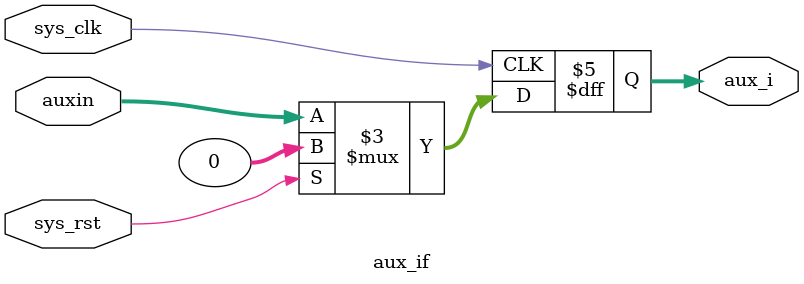
<source format=v>
module aux_if(sys_clk,sys_rst,auxin,aux_i);
	input sys_clk,sys_rst;
	input [31:0]auxin;
	output reg [31:0]aux_i;
	
	always@(posedge sys_clk)
		begin
			if(sys_rst)
				aux_i<=32'b0;
			else
				aux_i<=auxin;
		end
	
endmodule
</source>
